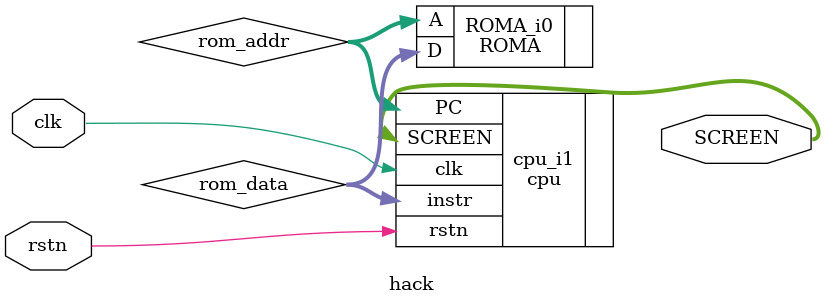
<source format=v>
`include "cpu.v"
`include "roma.v"

module hack (
    input clk,
    input rstn,
    output [15:0] SCREEN
);
  wire [14:0] rom_addr;
  wire [15:0] rom_data;
  // ROM
  ROMA ROMA_i0 (
      .A(rom_addr),
      .D(rom_data)
  );
  // cpu
  cpu cpu_i1 (
      .instr(rom_data),
      .clk(clk),
      .rstn(rstn),
      .PC(rom_addr),
      .SCREEN(SCREEN)
  );
endmodule

</source>
